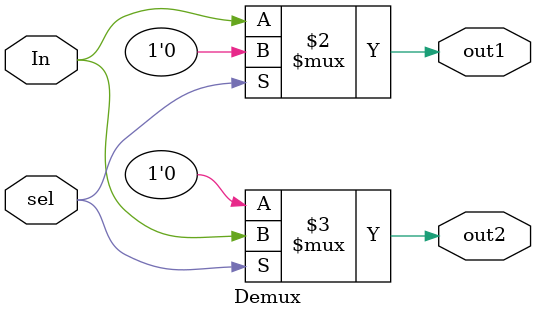
<source format=v>

module Mux (I0,I1,s,out);

    input [31:0]I0,I1;
    input s;
    output [31:0]out;

    assign out = (~s) ? I0 : I1 ;
    
endmodule

module Mux3x1(I0,I1, I2, I3, s,out);

    input [31:0]I0,I1, I2, I3;
    input [1:0]s;
    output [31:0]out;

    assign out = (s == 2'b00) ? I0 : 
                 (s == 2'b01) ? I1 :
                 (s == 2'b10) ? I2 : 
                 (s == 2'b11) ? I3 : 32'd0;
    
endmodule


module Mux_5x1(I0,I1,I2,I3,I4,s,out);
    
    input [31:0]I0,I1,I2,I3,I4;
    input [2:0]s;
    output [31:0]out;
    assign out=(s==3'b001)?I0:
    	       (s==3'b010)?I1:
    	       (s==3'b011)?I2:
    	       (s==3'b100)?I3:
    	       (s==3'b101)?I4:32'd0;
endmodule
    	       	
module Demux (input In, input sel, output out1, output out2);

assign out1 = (~sel) ? In : 1'b0;
assign out2 = (sel) ? In : 1'b0;    
endmodule
</source>
